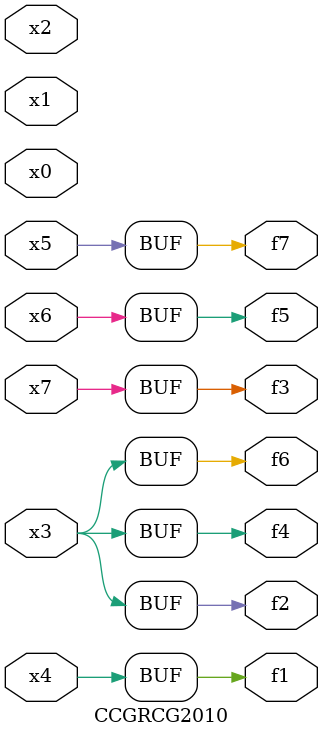
<source format=v>
module CCGRCG2010(
	input x0, x1, x2, x3, x4, x5, x6, x7,
	output f1, f2, f3, f4, f5, f6, f7
);
	assign f1 = x4;
	assign f2 = x3;
	assign f3 = x7;
	assign f4 = x3;
	assign f5 = x6;
	assign f6 = x3;
	assign f7 = x5;
endmodule

</source>
